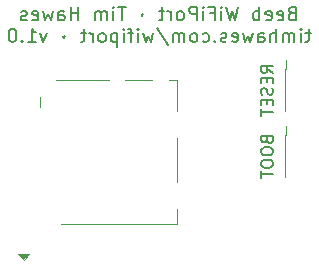
<source format=gbr>
%TF.GenerationSoftware,KiCad,Pcbnew,8.0.4*%
%TF.CreationDate,2024-07-26T12:29:51+01:00*%
%TF.ProjectId,beeb_wifiport,62656562-5f77-4696-9669-706f72742e6b,rev?*%
%TF.SameCoordinates,Original*%
%TF.FileFunction,Legend,Bot*%
%TF.FilePolarity,Positive*%
%FSLAX46Y46*%
G04 Gerber Fmt 4.6, Leading zero omitted, Abs format (unit mm)*
G04 Created by KiCad (PCBNEW 8.0.4) date 2024-07-26 12:29:51*
%MOMM*%
%LPD*%
G01*
G04 APERTURE LIST*
%ADD10C,0.100000*%
%ADD11C,0.152400*%
%ADD12C,0.200000*%
%ADD13C,0.120000*%
G04 APERTURE END LIST*
D10*
X138550000Y-108700000D02*
X138100000Y-108150000D01*
X139000000Y-108150000D01*
X138550000Y-108700000D01*
G36*
X138550000Y-108700000D02*
G01*
X138100000Y-108150000D01*
X139000000Y-108150000D01*
X138550000Y-108700000D01*
G37*
D11*
X161253569Y-87795987D02*
X161089283Y-87850749D01*
X161089283Y-87850749D02*
X161034521Y-87905511D01*
X161034521Y-87905511D02*
X160979759Y-88015035D01*
X160979759Y-88015035D02*
X160979759Y-88179321D01*
X160979759Y-88179321D02*
X161034521Y-88288845D01*
X161034521Y-88288845D02*
X161089283Y-88343607D01*
X161089283Y-88343607D02*
X161198807Y-88398368D01*
X161198807Y-88398368D02*
X161636902Y-88398368D01*
X161636902Y-88398368D02*
X161636902Y-87248368D01*
X161636902Y-87248368D02*
X161253569Y-87248368D01*
X161253569Y-87248368D02*
X161144045Y-87303130D01*
X161144045Y-87303130D02*
X161089283Y-87357892D01*
X161089283Y-87357892D02*
X161034521Y-87467416D01*
X161034521Y-87467416D02*
X161034521Y-87576940D01*
X161034521Y-87576940D02*
X161089283Y-87686464D01*
X161089283Y-87686464D02*
X161144045Y-87741226D01*
X161144045Y-87741226D02*
X161253569Y-87795987D01*
X161253569Y-87795987D02*
X161636902Y-87795987D01*
X160048807Y-88343607D02*
X160158331Y-88398368D01*
X160158331Y-88398368D02*
X160377378Y-88398368D01*
X160377378Y-88398368D02*
X160486902Y-88343607D01*
X160486902Y-88343607D02*
X160541664Y-88234083D01*
X160541664Y-88234083D02*
X160541664Y-87795987D01*
X160541664Y-87795987D02*
X160486902Y-87686464D01*
X160486902Y-87686464D02*
X160377378Y-87631702D01*
X160377378Y-87631702D02*
X160158331Y-87631702D01*
X160158331Y-87631702D02*
X160048807Y-87686464D01*
X160048807Y-87686464D02*
X159994045Y-87795987D01*
X159994045Y-87795987D02*
X159994045Y-87905511D01*
X159994045Y-87905511D02*
X160541664Y-88015035D01*
X159063093Y-88343607D02*
X159172617Y-88398368D01*
X159172617Y-88398368D02*
X159391664Y-88398368D01*
X159391664Y-88398368D02*
X159501188Y-88343607D01*
X159501188Y-88343607D02*
X159555950Y-88234083D01*
X159555950Y-88234083D02*
X159555950Y-87795987D01*
X159555950Y-87795987D02*
X159501188Y-87686464D01*
X159501188Y-87686464D02*
X159391664Y-87631702D01*
X159391664Y-87631702D02*
X159172617Y-87631702D01*
X159172617Y-87631702D02*
X159063093Y-87686464D01*
X159063093Y-87686464D02*
X159008331Y-87795987D01*
X159008331Y-87795987D02*
X159008331Y-87905511D01*
X159008331Y-87905511D02*
X159555950Y-88015035D01*
X158515474Y-88398368D02*
X158515474Y-87248368D01*
X158515474Y-87686464D02*
X158405950Y-87631702D01*
X158405950Y-87631702D02*
X158186903Y-87631702D01*
X158186903Y-87631702D02*
X158077379Y-87686464D01*
X158077379Y-87686464D02*
X158022617Y-87741226D01*
X158022617Y-87741226D02*
X157967855Y-87850749D01*
X157967855Y-87850749D02*
X157967855Y-88179321D01*
X157967855Y-88179321D02*
X158022617Y-88288845D01*
X158022617Y-88288845D02*
X158077379Y-88343607D01*
X158077379Y-88343607D02*
X158186903Y-88398368D01*
X158186903Y-88398368D02*
X158405950Y-88398368D01*
X158405950Y-88398368D02*
X158515474Y-88343607D01*
X156708332Y-87248368D02*
X156434522Y-88398368D01*
X156434522Y-88398368D02*
X156215475Y-87576940D01*
X156215475Y-87576940D02*
X155996427Y-88398368D01*
X155996427Y-88398368D02*
X155722618Y-87248368D01*
X155284522Y-88398368D02*
X155284522Y-87631702D01*
X155284522Y-87248368D02*
X155339284Y-87303130D01*
X155339284Y-87303130D02*
X155284522Y-87357892D01*
X155284522Y-87357892D02*
X155229760Y-87303130D01*
X155229760Y-87303130D02*
X155284522Y-87248368D01*
X155284522Y-87248368D02*
X155284522Y-87357892D01*
X154353570Y-87795987D02*
X154736903Y-87795987D01*
X154736903Y-88398368D02*
X154736903Y-87248368D01*
X154736903Y-87248368D02*
X154189284Y-87248368D01*
X153751189Y-88398368D02*
X153751189Y-87631702D01*
X153751189Y-87248368D02*
X153805951Y-87303130D01*
X153805951Y-87303130D02*
X153751189Y-87357892D01*
X153751189Y-87357892D02*
X153696427Y-87303130D01*
X153696427Y-87303130D02*
X153751189Y-87248368D01*
X153751189Y-87248368D02*
X153751189Y-87357892D01*
X153203570Y-88398368D02*
X153203570Y-87248368D01*
X153203570Y-87248368D02*
X152765475Y-87248368D01*
X152765475Y-87248368D02*
X152655951Y-87303130D01*
X152655951Y-87303130D02*
X152601189Y-87357892D01*
X152601189Y-87357892D02*
X152546427Y-87467416D01*
X152546427Y-87467416D02*
X152546427Y-87631702D01*
X152546427Y-87631702D02*
X152601189Y-87741226D01*
X152601189Y-87741226D02*
X152655951Y-87795987D01*
X152655951Y-87795987D02*
X152765475Y-87850749D01*
X152765475Y-87850749D02*
X153203570Y-87850749D01*
X151889284Y-88398368D02*
X151998808Y-88343607D01*
X151998808Y-88343607D02*
X152053570Y-88288845D01*
X152053570Y-88288845D02*
X152108332Y-88179321D01*
X152108332Y-88179321D02*
X152108332Y-87850749D01*
X152108332Y-87850749D02*
X152053570Y-87741226D01*
X152053570Y-87741226D02*
X151998808Y-87686464D01*
X151998808Y-87686464D02*
X151889284Y-87631702D01*
X151889284Y-87631702D02*
X151724999Y-87631702D01*
X151724999Y-87631702D02*
X151615475Y-87686464D01*
X151615475Y-87686464D02*
X151560713Y-87741226D01*
X151560713Y-87741226D02*
X151505951Y-87850749D01*
X151505951Y-87850749D02*
X151505951Y-88179321D01*
X151505951Y-88179321D02*
X151560713Y-88288845D01*
X151560713Y-88288845D02*
X151615475Y-88343607D01*
X151615475Y-88343607D02*
X151724999Y-88398368D01*
X151724999Y-88398368D02*
X151889284Y-88398368D01*
X151013094Y-88398368D02*
X151013094Y-87631702D01*
X151013094Y-87850749D02*
X150958332Y-87741226D01*
X150958332Y-87741226D02*
X150903570Y-87686464D01*
X150903570Y-87686464D02*
X150794046Y-87631702D01*
X150794046Y-87631702D02*
X150684523Y-87631702D01*
X150465475Y-87631702D02*
X150027379Y-87631702D01*
X150301189Y-87248368D02*
X150301189Y-88234083D01*
X150301189Y-88234083D02*
X150246427Y-88343607D01*
X150246427Y-88343607D02*
X150136903Y-88398368D01*
X150136903Y-88398368D02*
X150027379Y-88398368D01*
X148603570Y-87905511D02*
X148658332Y-87960273D01*
X148658332Y-87960273D02*
X148603570Y-88015035D01*
X148603570Y-88015035D02*
X148548808Y-87960273D01*
X148548808Y-87960273D02*
X148603570Y-87905511D01*
X148603570Y-87905511D02*
X148603570Y-88015035D01*
X147179762Y-87248368D02*
X146522619Y-87248368D01*
X146851190Y-88398368D02*
X146851190Y-87248368D01*
X146139286Y-88398368D02*
X146139286Y-87631702D01*
X146139286Y-87248368D02*
X146194048Y-87303130D01*
X146194048Y-87303130D02*
X146139286Y-87357892D01*
X146139286Y-87357892D02*
X146084524Y-87303130D01*
X146084524Y-87303130D02*
X146139286Y-87248368D01*
X146139286Y-87248368D02*
X146139286Y-87357892D01*
X145591667Y-88398368D02*
X145591667Y-87631702D01*
X145591667Y-87741226D02*
X145536905Y-87686464D01*
X145536905Y-87686464D02*
X145427381Y-87631702D01*
X145427381Y-87631702D02*
X145263096Y-87631702D01*
X145263096Y-87631702D02*
X145153572Y-87686464D01*
X145153572Y-87686464D02*
X145098810Y-87795987D01*
X145098810Y-87795987D02*
X145098810Y-88398368D01*
X145098810Y-87795987D02*
X145044048Y-87686464D01*
X145044048Y-87686464D02*
X144934524Y-87631702D01*
X144934524Y-87631702D02*
X144770238Y-87631702D01*
X144770238Y-87631702D02*
X144660715Y-87686464D01*
X144660715Y-87686464D02*
X144605953Y-87795987D01*
X144605953Y-87795987D02*
X144605953Y-88398368D01*
X143182144Y-88398368D02*
X143182144Y-87248368D01*
X143182144Y-87795987D02*
X142525001Y-87795987D01*
X142525001Y-88398368D02*
X142525001Y-87248368D01*
X141484525Y-88398368D02*
X141484525Y-87795987D01*
X141484525Y-87795987D02*
X141539287Y-87686464D01*
X141539287Y-87686464D02*
X141648811Y-87631702D01*
X141648811Y-87631702D02*
X141867858Y-87631702D01*
X141867858Y-87631702D02*
X141977382Y-87686464D01*
X141484525Y-88343607D02*
X141594049Y-88398368D01*
X141594049Y-88398368D02*
X141867858Y-88398368D01*
X141867858Y-88398368D02*
X141977382Y-88343607D01*
X141977382Y-88343607D02*
X142032144Y-88234083D01*
X142032144Y-88234083D02*
X142032144Y-88124559D01*
X142032144Y-88124559D02*
X141977382Y-88015035D01*
X141977382Y-88015035D02*
X141867858Y-87960273D01*
X141867858Y-87960273D02*
X141594049Y-87960273D01*
X141594049Y-87960273D02*
X141484525Y-87905511D01*
X141046430Y-87631702D02*
X140827382Y-88398368D01*
X140827382Y-88398368D02*
X140608335Y-87850749D01*
X140608335Y-87850749D02*
X140389287Y-88398368D01*
X140389287Y-88398368D02*
X140170239Y-87631702D01*
X139294049Y-88343607D02*
X139403573Y-88398368D01*
X139403573Y-88398368D02*
X139622620Y-88398368D01*
X139622620Y-88398368D02*
X139732144Y-88343607D01*
X139732144Y-88343607D02*
X139786906Y-88234083D01*
X139786906Y-88234083D02*
X139786906Y-87795987D01*
X139786906Y-87795987D02*
X139732144Y-87686464D01*
X139732144Y-87686464D02*
X139622620Y-87631702D01*
X139622620Y-87631702D02*
X139403573Y-87631702D01*
X139403573Y-87631702D02*
X139294049Y-87686464D01*
X139294049Y-87686464D02*
X139239287Y-87795987D01*
X139239287Y-87795987D02*
X139239287Y-87905511D01*
X139239287Y-87905511D02*
X139786906Y-88015035D01*
X138801192Y-88343607D02*
X138691668Y-88398368D01*
X138691668Y-88398368D02*
X138472620Y-88398368D01*
X138472620Y-88398368D02*
X138363097Y-88343607D01*
X138363097Y-88343607D02*
X138308335Y-88234083D01*
X138308335Y-88234083D02*
X138308335Y-88179321D01*
X138308335Y-88179321D02*
X138363097Y-88069797D01*
X138363097Y-88069797D02*
X138472620Y-88015035D01*
X138472620Y-88015035D02*
X138636906Y-88015035D01*
X138636906Y-88015035D02*
X138746430Y-87960273D01*
X138746430Y-87960273D02*
X138801192Y-87850749D01*
X138801192Y-87850749D02*
X138801192Y-87795987D01*
X138801192Y-87795987D02*
X138746430Y-87686464D01*
X138746430Y-87686464D02*
X138636906Y-87631702D01*
X138636906Y-87631702D02*
X138472620Y-87631702D01*
X138472620Y-87631702D02*
X138363097Y-87686464D01*
X162841664Y-89483138D02*
X162403568Y-89483138D01*
X162677378Y-89099804D02*
X162677378Y-90085519D01*
X162677378Y-90085519D02*
X162622616Y-90195043D01*
X162622616Y-90195043D02*
X162513092Y-90249804D01*
X162513092Y-90249804D02*
X162403568Y-90249804D01*
X162020235Y-90249804D02*
X162020235Y-89483138D01*
X162020235Y-89099804D02*
X162074997Y-89154566D01*
X162074997Y-89154566D02*
X162020235Y-89209328D01*
X162020235Y-89209328D02*
X161965473Y-89154566D01*
X161965473Y-89154566D02*
X162020235Y-89099804D01*
X162020235Y-89099804D02*
X162020235Y-89209328D01*
X161472616Y-90249804D02*
X161472616Y-89483138D01*
X161472616Y-89592662D02*
X161417854Y-89537900D01*
X161417854Y-89537900D02*
X161308330Y-89483138D01*
X161308330Y-89483138D02*
X161144045Y-89483138D01*
X161144045Y-89483138D02*
X161034521Y-89537900D01*
X161034521Y-89537900D02*
X160979759Y-89647423D01*
X160979759Y-89647423D02*
X160979759Y-90249804D01*
X160979759Y-89647423D02*
X160924997Y-89537900D01*
X160924997Y-89537900D02*
X160815473Y-89483138D01*
X160815473Y-89483138D02*
X160651187Y-89483138D01*
X160651187Y-89483138D02*
X160541664Y-89537900D01*
X160541664Y-89537900D02*
X160486902Y-89647423D01*
X160486902Y-89647423D02*
X160486902Y-90249804D01*
X159939283Y-90249804D02*
X159939283Y-89099804D01*
X159446426Y-90249804D02*
X159446426Y-89647423D01*
X159446426Y-89647423D02*
X159501188Y-89537900D01*
X159501188Y-89537900D02*
X159610712Y-89483138D01*
X159610712Y-89483138D02*
X159774997Y-89483138D01*
X159774997Y-89483138D02*
X159884521Y-89537900D01*
X159884521Y-89537900D02*
X159939283Y-89592662D01*
X158405950Y-90249804D02*
X158405950Y-89647423D01*
X158405950Y-89647423D02*
X158460712Y-89537900D01*
X158460712Y-89537900D02*
X158570236Y-89483138D01*
X158570236Y-89483138D02*
X158789283Y-89483138D01*
X158789283Y-89483138D02*
X158898807Y-89537900D01*
X158405950Y-90195043D02*
X158515474Y-90249804D01*
X158515474Y-90249804D02*
X158789283Y-90249804D01*
X158789283Y-90249804D02*
X158898807Y-90195043D01*
X158898807Y-90195043D02*
X158953569Y-90085519D01*
X158953569Y-90085519D02*
X158953569Y-89975995D01*
X158953569Y-89975995D02*
X158898807Y-89866471D01*
X158898807Y-89866471D02*
X158789283Y-89811709D01*
X158789283Y-89811709D02*
X158515474Y-89811709D01*
X158515474Y-89811709D02*
X158405950Y-89756947D01*
X157967855Y-89483138D02*
X157748807Y-90249804D01*
X157748807Y-90249804D02*
X157529760Y-89702185D01*
X157529760Y-89702185D02*
X157310712Y-90249804D01*
X157310712Y-90249804D02*
X157091664Y-89483138D01*
X156215474Y-90195043D02*
X156324998Y-90249804D01*
X156324998Y-90249804D02*
X156544045Y-90249804D01*
X156544045Y-90249804D02*
X156653569Y-90195043D01*
X156653569Y-90195043D02*
X156708331Y-90085519D01*
X156708331Y-90085519D02*
X156708331Y-89647423D01*
X156708331Y-89647423D02*
X156653569Y-89537900D01*
X156653569Y-89537900D02*
X156544045Y-89483138D01*
X156544045Y-89483138D02*
X156324998Y-89483138D01*
X156324998Y-89483138D02*
X156215474Y-89537900D01*
X156215474Y-89537900D02*
X156160712Y-89647423D01*
X156160712Y-89647423D02*
X156160712Y-89756947D01*
X156160712Y-89756947D02*
X156708331Y-89866471D01*
X155722617Y-90195043D02*
X155613093Y-90249804D01*
X155613093Y-90249804D02*
X155394045Y-90249804D01*
X155394045Y-90249804D02*
X155284522Y-90195043D01*
X155284522Y-90195043D02*
X155229760Y-90085519D01*
X155229760Y-90085519D02*
X155229760Y-90030757D01*
X155229760Y-90030757D02*
X155284522Y-89921233D01*
X155284522Y-89921233D02*
X155394045Y-89866471D01*
X155394045Y-89866471D02*
X155558331Y-89866471D01*
X155558331Y-89866471D02*
X155667855Y-89811709D01*
X155667855Y-89811709D02*
X155722617Y-89702185D01*
X155722617Y-89702185D02*
X155722617Y-89647423D01*
X155722617Y-89647423D02*
X155667855Y-89537900D01*
X155667855Y-89537900D02*
X155558331Y-89483138D01*
X155558331Y-89483138D02*
X155394045Y-89483138D01*
X155394045Y-89483138D02*
X155284522Y-89537900D01*
X154736903Y-90140281D02*
X154682141Y-90195043D01*
X154682141Y-90195043D02*
X154736903Y-90249804D01*
X154736903Y-90249804D02*
X154791665Y-90195043D01*
X154791665Y-90195043D02*
X154736903Y-90140281D01*
X154736903Y-90140281D02*
X154736903Y-90249804D01*
X153696427Y-90195043D02*
X153805951Y-90249804D01*
X153805951Y-90249804D02*
X154024998Y-90249804D01*
X154024998Y-90249804D02*
X154134522Y-90195043D01*
X154134522Y-90195043D02*
X154189284Y-90140281D01*
X154189284Y-90140281D02*
X154244046Y-90030757D01*
X154244046Y-90030757D02*
X154244046Y-89702185D01*
X154244046Y-89702185D02*
X154189284Y-89592662D01*
X154189284Y-89592662D02*
X154134522Y-89537900D01*
X154134522Y-89537900D02*
X154024998Y-89483138D01*
X154024998Y-89483138D02*
X153805951Y-89483138D01*
X153805951Y-89483138D02*
X153696427Y-89537900D01*
X153039284Y-90249804D02*
X153148808Y-90195043D01*
X153148808Y-90195043D02*
X153203570Y-90140281D01*
X153203570Y-90140281D02*
X153258332Y-90030757D01*
X153258332Y-90030757D02*
X153258332Y-89702185D01*
X153258332Y-89702185D02*
X153203570Y-89592662D01*
X153203570Y-89592662D02*
X153148808Y-89537900D01*
X153148808Y-89537900D02*
X153039284Y-89483138D01*
X153039284Y-89483138D02*
X152874999Y-89483138D01*
X152874999Y-89483138D02*
X152765475Y-89537900D01*
X152765475Y-89537900D02*
X152710713Y-89592662D01*
X152710713Y-89592662D02*
X152655951Y-89702185D01*
X152655951Y-89702185D02*
X152655951Y-90030757D01*
X152655951Y-90030757D02*
X152710713Y-90140281D01*
X152710713Y-90140281D02*
X152765475Y-90195043D01*
X152765475Y-90195043D02*
X152874999Y-90249804D01*
X152874999Y-90249804D02*
X153039284Y-90249804D01*
X152163094Y-90249804D02*
X152163094Y-89483138D01*
X152163094Y-89592662D02*
X152108332Y-89537900D01*
X152108332Y-89537900D02*
X151998808Y-89483138D01*
X151998808Y-89483138D02*
X151834523Y-89483138D01*
X151834523Y-89483138D02*
X151724999Y-89537900D01*
X151724999Y-89537900D02*
X151670237Y-89647423D01*
X151670237Y-89647423D02*
X151670237Y-90249804D01*
X151670237Y-89647423D02*
X151615475Y-89537900D01*
X151615475Y-89537900D02*
X151505951Y-89483138D01*
X151505951Y-89483138D02*
X151341665Y-89483138D01*
X151341665Y-89483138D02*
X151232142Y-89537900D01*
X151232142Y-89537900D02*
X151177380Y-89647423D01*
X151177380Y-89647423D02*
X151177380Y-90249804D01*
X149808332Y-89045043D02*
X150794047Y-90523614D01*
X149534523Y-89483138D02*
X149315475Y-90249804D01*
X149315475Y-90249804D02*
X149096428Y-89702185D01*
X149096428Y-89702185D02*
X148877380Y-90249804D01*
X148877380Y-90249804D02*
X148658332Y-89483138D01*
X148220237Y-90249804D02*
X148220237Y-89483138D01*
X148220237Y-89099804D02*
X148274999Y-89154566D01*
X148274999Y-89154566D02*
X148220237Y-89209328D01*
X148220237Y-89209328D02*
X148165475Y-89154566D01*
X148165475Y-89154566D02*
X148220237Y-89099804D01*
X148220237Y-89099804D02*
X148220237Y-89209328D01*
X147836904Y-89483138D02*
X147398808Y-89483138D01*
X147672618Y-90249804D02*
X147672618Y-89264090D01*
X147672618Y-89264090D02*
X147617856Y-89154566D01*
X147617856Y-89154566D02*
X147508332Y-89099804D01*
X147508332Y-89099804D02*
X147398808Y-89099804D01*
X147015475Y-90249804D02*
X147015475Y-89483138D01*
X147015475Y-89099804D02*
X147070237Y-89154566D01*
X147070237Y-89154566D02*
X147015475Y-89209328D01*
X147015475Y-89209328D02*
X146960713Y-89154566D01*
X146960713Y-89154566D02*
X147015475Y-89099804D01*
X147015475Y-89099804D02*
X147015475Y-89209328D01*
X146467856Y-89483138D02*
X146467856Y-90633138D01*
X146467856Y-89537900D02*
X146358332Y-89483138D01*
X146358332Y-89483138D02*
X146139285Y-89483138D01*
X146139285Y-89483138D02*
X146029761Y-89537900D01*
X146029761Y-89537900D02*
X145974999Y-89592662D01*
X145974999Y-89592662D02*
X145920237Y-89702185D01*
X145920237Y-89702185D02*
X145920237Y-90030757D01*
X145920237Y-90030757D02*
X145974999Y-90140281D01*
X145974999Y-90140281D02*
X146029761Y-90195043D01*
X146029761Y-90195043D02*
X146139285Y-90249804D01*
X146139285Y-90249804D02*
X146358332Y-90249804D01*
X146358332Y-90249804D02*
X146467856Y-90195043D01*
X145263094Y-90249804D02*
X145372618Y-90195043D01*
X145372618Y-90195043D02*
X145427380Y-90140281D01*
X145427380Y-90140281D02*
X145482142Y-90030757D01*
X145482142Y-90030757D02*
X145482142Y-89702185D01*
X145482142Y-89702185D02*
X145427380Y-89592662D01*
X145427380Y-89592662D02*
X145372618Y-89537900D01*
X145372618Y-89537900D02*
X145263094Y-89483138D01*
X145263094Y-89483138D02*
X145098809Y-89483138D01*
X145098809Y-89483138D02*
X144989285Y-89537900D01*
X144989285Y-89537900D02*
X144934523Y-89592662D01*
X144934523Y-89592662D02*
X144879761Y-89702185D01*
X144879761Y-89702185D02*
X144879761Y-90030757D01*
X144879761Y-90030757D02*
X144934523Y-90140281D01*
X144934523Y-90140281D02*
X144989285Y-90195043D01*
X144989285Y-90195043D02*
X145098809Y-90249804D01*
X145098809Y-90249804D02*
X145263094Y-90249804D01*
X144386904Y-90249804D02*
X144386904Y-89483138D01*
X144386904Y-89702185D02*
X144332142Y-89592662D01*
X144332142Y-89592662D02*
X144277380Y-89537900D01*
X144277380Y-89537900D02*
X144167856Y-89483138D01*
X144167856Y-89483138D02*
X144058333Y-89483138D01*
X143839285Y-89483138D02*
X143401189Y-89483138D01*
X143674999Y-89099804D02*
X143674999Y-90085519D01*
X143674999Y-90085519D02*
X143620237Y-90195043D01*
X143620237Y-90195043D02*
X143510713Y-90249804D01*
X143510713Y-90249804D02*
X143401189Y-90249804D01*
X141977380Y-89756947D02*
X142032142Y-89811709D01*
X142032142Y-89811709D02*
X141977380Y-89866471D01*
X141977380Y-89866471D02*
X141922618Y-89811709D01*
X141922618Y-89811709D02*
X141977380Y-89756947D01*
X141977380Y-89756947D02*
X141977380Y-89866471D01*
X140498810Y-89483138D02*
X140225000Y-90249804D01*
X140225000Y-90249804D02*
X139951191Y-89483138D01*
X138910715Y-90249804D02*
X139567858Y-90249804D01*
X139239286Y-90249804D02*
X139239286Y-89099804D01*
X139239286Y-89099804D02*
X139348810Y-89264090D01*
X139348810Y-89264090D02*
X139458334Y-89373614D01*
X139458334Y-89373614D02*
X139567858Y-89428376D01*
X138417858Y-90140281D02*
X138363096Y-90195043D01*
X138363096Y-90195043D02*
X138417858Y-90249804D01*
X138417858Y-90249804D02*
X138472620Y-90195043D01*
X138472620Y-90195043D02*
X138417858Y-90140281D01*
X138417858Y-90140281D02*
X138417858Y-90249804D01*
X137651191Y-89099804D02*
X137541668Y-89099804D01*
X137541668Y-89099804D02*
X137432144Y-89154566D01*
X137432144Y-89154566D02*
X137377382Y-89209328D01*
X137377382Y-89209328D02*
X137322620Y-89318852D01*
X137322620Y-89318852D02*
X137267858Y-89537900D01*
X137267858Y-89537900D02*
X137267858Y-89811709D01*
X137267858Y-89811709D02*
X137322620Y-90030757D01*
X137322620Y-90030757D02*
X137377382Y-90140281D01*
X137377382Y-90140281D02*
X137432144Y-90195043D01*
X137432144Y-90195043D02*
X137541668Y-90249804D01*
X137541668Y-90249804D02*
X137651191Y-90249804D01*
X137651191Y-90249804D02*
X137760715Y-90195043D01*
X137760715Y-90195043D02*
X137815477Y-90140281D01*
X137815477Y-90140281D02*
X137870239Y-90030757D01*
X137870239Y-90030757D02*
X137925001Y-89811709D01*
X137925001Y-89811709D02*
X137925001Y-89537900D01*
X137925001Y-89537900D02*
X137870239Y-89318852D01*
X137870239Y-89318852D02*
X137815477Y-89209328D01*
X137815477Y-89209328D02*
X137760715Y-89154566D01*
X137760715Y-89154566D02*
X137651191Y-89099804D01*
D12*
X159652219Y-92847618D02*
X159176028Y-92514285D01*
X159652219Y-92276190D02*
X158652219Y-92276190D01*
X158652219Y-92276190D02*
X158652219Y-92657142D01*
X158652219Y-92657142D02*
X158699838Y-92752380D01*
X158699838Y-92752380D02*
X158747457Y-92799999D01*
X158747457Y-92799999D02*
X158842695Y-92847618D01*
X158842695Y-92847618D02*
X158985552Y-92847618D01*
X158985552Y-92847618D02*
X159080790Y-92799999D01*
X159080790Y-92799999D02*
X159128409Y-92752380D01*
X159128409Y-92752380D02*
X159176028Y-92657142D01*
X159176028Y-92657142D02*
X159176028Y-92276190D01*
X159128409Y-93276190D02*
X159128409Y-93609523D01*
X159652219Y-93752380D02*
X159652219Y-93276190D01*
X159652219Y-93276190D02*
X158652219Y-93276190D01*
X158652219Y-93276190D02*
X158652219Y-93752380D01*
X159604600Y-94133333D02*
X159652219Y-94276190D01*
X159652219Y-94276190D02*
X159652219Y-94514285D01*
X159652219Y-94514285D02*
X159604600Y-94609523D01*
X159604600Y-94609523D02*
X159556980Y-94657142D01*
X159556980Y-94657142D02*
X159461742Y-94704761D01*
X159461742Y-94704761D02*
X159366504Y-94704761D01*
X159366504Y-94704761D02*
X159271266Y-94657142D01*
X159271266Y-94657142D02*
X159223647Y-94609523D01*
X159223647Y-94609523D02*
X159176028Y-94514285D01*
X159176028Y-94514285D02*
X159128409Y-94323809D01*
X159128409Y-94323809D02*
X159080790Y-94228571D01*
X159080790Y-94228571D02*
X159033171Y-94180952D01*
X159033171Y-94180952D02*
X158937933Y-94133333D01*
X158937933Y-94133333D02*
X158842695Y-94133333D01*
X158842695Y-94133333D02*
X158747457Y-94180952D01*
X158747457Y-94180952D02*
X158699838Y-94228571D01*
X158699838Y-94228571D02*
X158652219Y-94323809D01*
X158652219Y-94323809D02*
X158652219Y-94561904D01*
X158652219Y-94561904D02*
X158699838Y-94704761D01*
X159128409Y-95133333D02*
X159128409Y-95466666D01*
X159652219Y-95609523D02*
X159652219Y-95133333D01*
X159652219Y-95133333D02*
X158652219Y-95133333D01*
X158652219Y-95133333D02*
X158652219Y-95609523D01*
X158652219Y-95895238D02*
X158652219Y-96466666D01*
X159652219Y-96180952D02*
X158652219Y-96180952D01*
X159128409Y-98542857D02*
X159176028Y-98685714D01*
X159176028Y-98685714D02*
X159223647Y-98733333D01*
X159223647Y-98733333D02*
X159318885Y-98780952D01*
X159318885Y-98780952D02*
X159461742Y-98780952D01*
X159461742Y-98780952D02*
X159556980Y-98733333D01*
X159556980Y-98733333D02*
X159604600Y-98685714D01*
X159604600Y-98685714D02*
X159652219Y-98590476D01*
X159652219Y-98590476D02*
X159652219Y-98209524D01*
X159652219Y-98209524D02*
X158652219Y-98209524D01*
X158652219Y-98209524D02*
X158652219Y-98542857D01*
X158652219Y-98542857D02*
X158699838Y-98638095D01*
X158699838Y-98638095D02*
X158747457Y-98685714D01*
X158747457Y-98685714D02*
X158842695Y-98733333D01*
X158842695Y-98733333D02*
X158937933Y-98733333D01*
X158937933Y-98733333D02*
X159033171Y-98685714D01*
X159033171Y-98685714D02*
X159080790Y-98638095D01*
X159080790Y-98638095D02*
X159128409Y-98542857D01*
X159128409Y-98542857D02*
X159128409Y-98209524D01*
X158652219Y-99400000D02*
X158652219Y-99590476D01*
X158652219Y-99590476D02*
X158699838Y-99685714D01*
X158699838Y-99685714D02*
X158795076Y-99780952D01*
X158795076Y-99780952D02*
X158985552Y-99828571D01*
X158985552Y-99828571D02*
X159318885Y-99828571D01*
X159318885Y-99828571D02*
X159509361Y-99780952D01*
X159509361Y-99780952D02*
X159604600Y-99685714D01*
X159604600Y-99685714D02*
X159652219Y-99590476D01*
X159652219Y-99590476D02*
X159652219Y-99400000D01*
X159652219Y-99400000D02*
X159604600Y-99304762D01*
X159604600Y-99304762D02*
X159509361Y-99209524D01*
X159509361Y-99209524D02*
X159318885Y-99161905D01*
X159318885Y-99161905D02*
X158985552Y-99161905D01*
X158985552Y-99161905D02*
X158795076Y-99209524D01*
X158795076Y-99209524D02*
X158699838Y-99304762D01*
X158699838Y-99304762D02*
X158652219Y-99400000D01*
X158652219Y-100447619D02*
X158652219Y-100638095D01*
X158652219Y-100638095D02*
X158699838Y-100733333D01*
X158699838Y-100733333D02*
X158795076Y-100828571D01*
X158795076Y-100828571D02*
X158985552Y-100876190D01*
X158985552Y-100876190D02*
X159318885Y-100876190D01*
X159318885Y-100876190D02*
X159509361Y-100828571D01*
X159509361Y-100828571D02*
X159604600Y-100733333D01*
X159604600Y-100733333D02*
X159652219Y-100638095D01*
X159652219Y-100638095D02*
X159652219Y-100447619D01*
X159652219Y-100447619D02*
X159604600Y-100352381D01*
X159604600Y-100352381D02*
X159509361Y-100257143D01*
X159509361Y-100257143D02*
X159318885Y-100209524D01*
X159318885Y-100209524D02*
X158985552Y-100209524D01*
X158985552Y-100209524D02*
X158795076Y-100257143D01*
X158795076Y-100257143D02*
X158699838Y-100352381D01*
X158699838Y-100352381D02*
X158652219Y-100447619D01*
X158652219Y-101161905D02*
X158652219Y-101733333D01*
X159652219Y-101447619D02*
X158652219Y-101447619D01*
D13*
%TO.C,SW1*%
X160700000Y-96050000D02*
X160700000Y-92550000D01*
X160740000Y-92550000D02*
X160700000Y-92550000D01*
X160740000Y-92550000D02*
X160740000Y-91750000D01*
%TO.C,J3*%
X139930000Y-95770000D02*
X139930000Y-94910000D01*
X141750000Y-105610000D02*
X151570000Y-105610000D01*
X145750000Y-93430000D02*
X141300000Y-93430000D01*
X149450000Y-93430000D02*
X147150000Y-93430000D01*
X151570000Y-93430000D02*
X150850000Y-93430000D01*
X151570000Y-96110000D02*
X151570000Y-93430000D01*
X151570000Y-102080000D02*
X151570000Y-98410000D01*
X151570000Y-105610000D02*
X151570000Y-104380000D01*
%TO.C,SW2*%
X160700000Y-101650000D02*
X160700000Y-98150000D01*
X160740000Y-98150000D02*
X160700000Y-98150000D01*
X160740000Y-98150000D02*
X160740000Y-97350000D01*
%TD*%
M02*

</source>
